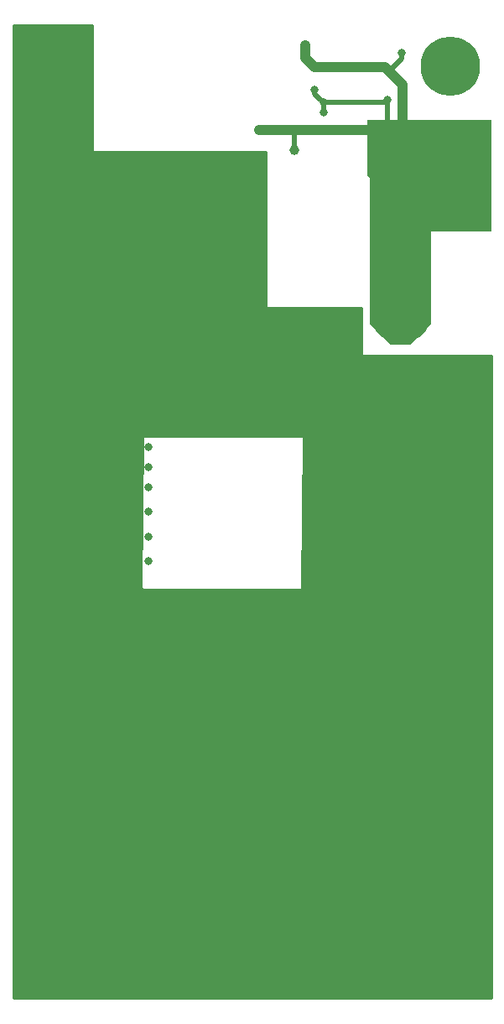
<source format=gbr>
%TF.GenerationSoftware,KiCad,Pcbnew,(5.1.4)-1*%
%TF.CreationDate,2019-12-09T14:58:40+08:00*%
%TF.ProjectId,RF_input,52465f69-6e70-4757-942e-6b696361645f,rev?*%
%TF.SameCoordinates,Original*%
%TF.FileFunction,Copper,L2,Bot*%
%TF.FilePolarity,Positive*%
%FSLAX46Y46*%
G04 Gerber Fmt 4.6, Leading zero omitted, Abs format (unit mm)*
G04 Created by KiCad (PCBNEW (5.1.4)-1) date 2019-12-09 14:58:40*
%MOMM*%
%LPD*%
G04 APERTURE LIST*
%ADD10C,0.100000*%
%ADD11C,0.800000*%
%ADD12C,6.000000*%
%ADD13C,1.000000*%
%ADD14C,0.508000*%
%ADD15C,1.524000*%
%ADD16C,1.016000*%
%ADD17C,0.254000*%
%ADD18C,0.350000*%
G04 APERTURE END LIST*
D10*
G36*
X149098000Y-71628000D02*
G01*
X141986000Y-71628000D01*
X141986000Y-60452000D01*
X149098000Y-60452000D01*
X149098000Y-71628000D01*
G37*
X149098000Y-71628000D02*
X141986000Y-71628000D01*
X141986000Y-60452000D01*
X149098000Y-60452000D01*
X149098000Y-71628000D01*
G36*
X143002000Y-81026000D02*
G01*
X140970000Y-83058000D01*
X138938000Y-83058000D01*
X136906000Y-81026000D01*
X136906000Y-65278000D01*
X143002000Y-65278000D01*
X143002000Y-81026000D01*
G37*
X143002000Y-81026000D02*
X140970000Y-83058000D01*
X138938000Y-83058000D01*
X136906000Y-81026000D01*
X136906000Y-65278000D01*
X143002000Y-65278000D01*
X143002000Y-81026000D01*
G36*
X143002000Y-68072000D02*
G01*
X139446000Y-68072000D01*
X136652000Y-66040000D01*
X136652000Y-60452000D01*
X143002000Y-60452000D01*
X143002000Y-68072000D01*
G37*
X143002000Y-68072000D02*
X139446000Y-68072000D01*
X136652000Y-66040000D01*
X136652000Y-60452000D01*
X143002000Y-60452000D01*
X143002000Y-68072000D01*
D11*
X107920000Y-130366000D03*
X109920000Y-130366000D03*
X111920000Y-128588000D03*
X109920000Y-128588000D03*
X105920000Y-126810000D03*
X107920000Y-128588000D03*
X101920000Y-130366000D03*
X111920000Y-130366000D03*
X101920000Y-126810000D03*
X103920000Y-126810000D03*
X109920000Y-126810000D03*
X101920000Y-128588000D03*
X103920000Y-128588000D03*
X107920000Y-126810000D03*
X105920000Y-130366000D03*
X103920000Y-130366000D03*
X111920000Y-126810000D03*
X105920000Y-128588000D03*
X103920000Y-117412000D03*
X105920000Y-117412000D03*
X109920000Y-117412000D03*
X111920000Y-117412000D03*
X101920000Y-117412000D03*
X107920000Y-117412000D03*
X103920000Y-119190000D03*
X105920000Y-119190000D03*
X109920000Y-119190000D03*
X111920000Y-119190000D03*
X101920000Y-119190000D03*
X107920000Y-119190000D03*
X111920000Y-115634000D03*
X109920000Y-115634000D03*
X107920000Y-115634000D03*
X105920000Y-115634000D03*
X103920000Y-115634000D03*
X101920000Y-115634000D03*
X107056810Y-53812500D03*
X107056810Y-56187500D03*
X105000000Y-57375000D03*
X102943190Y-56187500D03*
X102943190Y-53812500D03*
X105000000Y-52625000D03*
D12*
X105000000Y-55000000D03*
D11*
X107056810Y-143812500D03*
X107056810Y-146187500D03*
X105000000Y-147375000D03*
X102943190Y-146187500D03*
X102943190Y-143812500D03*
X105000000Y-142625000D03*
D12*
X105000000Y-145000000D03*
D11*
X147056810Y-143812500D03*
X147056810Y-146187500D03*
X145000000Y-147375000D03*
X142943190Y-146187500D03*
X142943190Y-143812500D03*
X145000000Y-142625000D03*
D12*
X145000000Y-145000000D03*
D11*
X147056810Y-53812500D03*
X147056810Y-56187500D03*
X145000000Y-57375000D03*
X142943190Y-56187500D03*
X142943190Y-53812500D03*
X145000000Y-52625000D03*
D12*
X145000000Y-55000000D03*
D11*
X142056810Y-118812500D03*
X142056810Y-121187500D03*
X140000000Y-122375000D03*
X137943190Y-121187500D03*
X137943190Y-118812500D03*
X140000000Y-117625000D03*
D12*
X140000000Y-120000000D03*
D11*
X142056810Y-78812500D03*
X142056810Y-81187500D03*
X140000000Y-82375000D03*
X137943190Y-81187500D03*
X137943190Y-78812500D03*
X140000000Y-77625000D03*
D12*
X140000000Y-80000000D03*
D11*
X132207000Y-59690000D03*
X148590000Y-70104000D03*
X148590000Y-68072000D03*
X148590000Y-66040000D03*
X148590000Y-61722000D03*
X148590000Y-64008000D03*
X147066000Y-70104000D03*
X147066000Y-68072000D03*
X147066000Y-66040000D03*
X147066000Y-61722000D03*
X147066000Y-64008000D03*
X145542000Y-61722000D03*
X145542000Y-70104000D03*
X145542000Y-68072000D03*
X145542000Y-66040000D03*
X145542000Y-64008000D03*
X144018000Y-61722000D03*
X144018000Y-70104000D03*
X144018000Y-68072000D03*
X144018000Y-66040000D03*
X144018000Y-64008000D03*
X142494000Y-61722000D03*
X142494000Y-70104000D03*
X142494000Y-66040000D03*
X132207000Y-58674000D03*
X138684000Y-58420000D03*
X139954000Y-67691000D03*
X137907971Y-63525945D03*
X142494000Y-64008000D03*
X142494000Y-68072000D03*
X131318000Y-55117970D03*
X131318000Y-57404000D03*
X130314000Y-54090000D03*
X130374750Y-52905184D03*
D13*
X125730000Y-61468000D03*
X129286000Y-63500000D03*
D11*
X137414000Y-62992000D03*
X140076963Y-53703902D03*
X122000000Y-69000000D03*
X128524000Y-118110000D03*
X129540000Y-118110000D03*
X128524000Y-119634000D03*
X129540000Y-118872000D03*
X129540000Y-119634000D03*
X128524000Y-118872000D03*
X127508000Y-81026000D03*
X126492000Y-81026000D03*
X127508000Y-81788000D03*
X126492000Y-81788000D03*
X127508000Y-80264000D03*
X126492000Y-80264000D03*
X111760000Y-109474000D03*
X132588000Y-118110000D03*
X131572000Y-118110000D03*
X130556000Y-118110000D03*
X130556000Y-80264000D03*
X129540000Y-80264000D03*
X128524000Y-80264000D03*
X130556000Y-81026000D03*
X129540000Y-81026000D03*
X128524000Y-81026000D03*
X129540000Y-81788000D03*
X128524000Y-81788000D03*
X130556000Y-81788000D03*
X132588000Y-119634000D03*
X131572000Y-119634000D03*
X130556000Y-119634000D03*
X131572000Y-118872000D03*
X132588000Y-118872000D03*
X130556000Y-118872000D03*
X121924000Y-88614000D03*
X123704000Y-90614000D03*
X123704000Y-88614000D03*
X121924000Y-90614000D03*
X121924000Y-86614000D03*
X123704000Y-86614000D03*
X141986000Y-123444000D03*
X141986000Y-125222000D03*
X141986000Y-132334000D03*
X141986000Y-134112000D03*
X141986000Y-128778000D03*
X141986000Y-127000000D03*
X141986000Y-135890000D03*
X141986000Y-130556000D03*
X141986000Y-137668000D03*
X139700000Y-123444000D03*
X139700000Y-125222000D03*
X139700000Y-132334000D03*
X139700000Y-134112000D03*
X139700000Y-128778000D03*
X139700000Y-127000000D03*
X139700000Y-135890000D03*
X139700000Y-130556000D03*
X139700000Y-137668000D03*
X114808000Y-86614000D03*
X109728000Y-109474000D03*
X116588000Y-86614000D03*
X118368000Y-86614000D03*
X120148000Y-86614000D03*
X114808000Y-88614000D03*
X116588000Y-88614000D03*
X118368000Y-88614000D03*
X120148000Y-88614000D03*
X114808000Y-90614000D03*
X116588000Y-90614000D03*
X118368000Y-90614000D03*
X120148000Y-90614000D03*
X137160000Y-123444000D03*
X137160000Y-125222000D03*
X137160000Y-127000000D03*
X137160000Y-128778000D03*
X137160000Y-130556000D03*
X137160000Y-132334000D03*
X137160000Y-134112000D03*
X137160000Y-135890000D03*
X137160000Y-137668000D03*
X123952000Y-69000000D03*
X120000000Y-69000000D03*
X117500000Y-69000000D03*
X115000000Y-69000000D03*
X112500000Y-69000000D03*
X110500000Y-69000000D03*
X108500000Y-69000000D03*
X106500000Y-69500000D03*
X106500000Y-72000000D03*
X106500000Y-74000000D03*
X106500000Y-76500000D03*
X106500000Y-79000000D03*
X106500000Y-82000000D03*
X106500000Y-84500000D03*
X106500000Y-88000000D03*
X106500000Y-91500000D03*
X106500000Y-94500000D03*
X106500000Y-97500000D03*
X124000000Y-65000000D03*
X122000000Y-65000000D03*
X120000000Y-65000000D03*
X117500000Y-65000000D03*
X115000000Y-65000000D03*
X112500000Y-65000000D03*
X110500000Y-65000000D03*
X108500000Y-65000000D03*
X106500000Y-65000000D03*
X104000000Y-66000000D03*
X102000000Y-69500000D03*
X102000000Y-72000000D03*
X102000000Y-74000000D03*
X102000000Y-76500000D03*
X102000000Y-79000000D03*
X102000000Y-82000000D03*
X102000000Y-84500000D03*
X102000000Y-88000000D03*
X102000000Y-91500000D03*
X102000000Y-94500000D03*
X102000000Y-97500000D03*
X102000000Y-67500000D03*
X101500000Y-100000000D03*
X101500000Y-103000000D03*
X103500000Y-103000000D03*
X105500000Y-103000000D03*
X107500000Y-103000000D03*
X107500000Y-105500000D03*
X107500000Y-108000000D03*
X107500000Y-109500000D03*
X108500000Y-93500000D03*
X110500000Y-93500000D03*
X112500000Y-93500000D03*
X114500000Y-93500000D03*
X114500000Y-95500000D03*
X114500000Y-97500000D03*
X114500000Y-100000000D03*
X114500000Y-102500000D03*
X114500000Y-105000000D03*
X113284000Y-106934000D03*
D14*
X148463000Y-68199000D02*
X148590000Y-68072000D01*
X148564055Y-64033945D02*
X148590000Y-64008000D01*
X146939000Y-68199000D02*
X147066000Y-68072000D01*
X147040055Y-64033945D02*
X147066000Y-64008000D01*
X145415000Y-68199000D02*
X145542000Y-68072000D01*
X145516055Y-64033945D02*
X145542000Y-64008000D01*
X143891000Y-68199000D02*
X144018000Y-68072000D01*
X143992055Y-64033945D02*
X144018000Y-64008000D01*
X137907971Y-64091630D02*
X137907971Y-63525945D01*
X137907971Y-65644971D02*
X137907971Y-64091630D01*
X139954000Y-67691000D02*
X137907971Y-65644971D01*
X131826000Y-58293000D02*
X132207000Y-58674000D01*
X142468055Y-64033945D02*
X142494000Y-64008000D01*
X137907971Y-63525945D02*
X142468055Y-63525945D01*
X139954000Y-67691000D02*
X142367000Y-67691000D01*
X142367000Y-68199000D02*
X142494000Y-68072000D01*
X142494000Y-75184000D02*
X142494000Y-71685685D01*
X142494000Y-71685685D02*
X142494000Y-71120000D01*
X139954000Y-77724000D02*
X142494000Y-75184000D01*
X131826000Y-58293000D02*
X131318000Y-57785000D01*
X138684000Y-58420000D02*
X138684000Y-61214000D01*
X131318000Y-57785000D02*
X132207000Y-58674000D01*
X138430000Y-58674000D02*
X138684000Y-58420000D01*
X132207000Y-58674000D02*
X138430000Y-58674000D01*
D15*
X141928315Y-61722000D02*
X142494000Y-61722000D01*
X141917314Y-61733001D02*
X141928315Y-61722000D01*
D14*
X132207000Y-59690000D02*
X132207000Y-58674000D01*
X131318000Y-57404000D02*
X131318000Y-57785000D01*
D16*
X130374750Y-54174720D02*
X131318000Y-55117970D01*
X130374750Y-52905184D02*
X130374750Y-54174720D01*
X131318000Y-55117970D02*
X138429970Y-55117970D01*
X140196999Y-56884999D02*
X140196999Y-61733001D01*
D15*
X140196999Y-61733001D02*
X141917314Y-61733001D01*
D14*
X129286000Y-61722000D02*
X129032000Y-61468000D01*
X129286000Y-63500000D02*
X129286000Y-61722000D01*
D16*
X125730000Y-61468000D02*
X129032000Y-61468000D01*
D14*
X138938000Y-55408550D02*
X138938000Y-55626000D01*
X140076963Y-54269587D02*
X138938000Y-55408550D01*
X140076963Y-53703902D02*
X140076963Y-54269587D01*
D16*
X138429970Y-55117970D02*
X138938000Y-55626000D01*
X138938000Y-55626000D02*
X140196999Y-56884999D01*
D14*
X136917001Y-61733001D02*
X136652000Y-61468000D01*
X140196999Y-61733001D02*
X136917001Y-61733001D01*
D16*
X129032000Y-61468000D02*
X136652000Y-61468000D01*
X136652000Y-61468000D02*
X138430000Y-61468000D01*
D17*
G36*
X108839000Y-63500000D02*
G01*
X108841440Y-63524776D01*
X108848667Y-63548601D01*
X108860403Y-63570557D01*
X108876197Y-63589803D01*
X108895443Y-63605597D01*
X108917399Y-63617333D01*
X108941224Y-63624560D01*
X108966000Y-63627000D01*
X126365000Y-63627000D01*
X126365000Y-79248000D01*
X126367440Y-79272776D01*
X126374667Y-79296601D01*
X126386403Y-79318557D01*
X126402197Y-79337803D01*
X126421443Y-79353597D01*
X126443399Y-79365333D01*
X126467224Y-79372560D01*
X126492000Y-79375000D01*
X136017000Y-79375000D01*
X136017000Y-84074000D01*
X136019440Y-84098776D01*
X136026667Y-84122601D01*
X136038403Y-84144557D01*
X136054197Y-84163803D01*
X136073443Y-84179597D01*
X136095399Y-84191333D01*
X136119224Y-84198560D01*
X136144000Y-84201000D01*
X149123000Y-84201000D01*
X149123001Y-149123000D01*
X100877000Y-149123000D01*
X100877000Y-107694942D01*
X113792004Y-107694942D01*
X113794440Y-107720776D01*
X113801667Y-107744601D01*
X113813403Y-107766557D01*
X113829197Y-107785803D01*
X113848443Y-107801597D01*
X113870399Y-107813333D01*
X113894224Y-107820560D01*
X113919000Y-107823000D01*
X129921000Y-107823000D01*
X129944738Y-107820762D01*
X129968621Y-107813734D01*
X129990675Y-107802181D01*
X130010051Y-107786548D01*
X130026005Y-107767435D01*
X130037924Y-107745577D01*
X130045349Y-107721814D01*
X130047996Y-107697058D01*
X130174996Y-92457058D01*
X130172560Y-92431224D01*
X130165333Y-92407399D01*
X130153597Y-92385443D01*
X130137803Y-92366197D01*
X130118557Y-92350403D01*
X130096601Y-92338667D01*
X130072776Y-92331440D01*
X130048000Y-92329000D01*
X114046000Y-92329000D01*
X114022262Y-92331238D01*
X113998379Y-92338266D01*
X113976325Y-92349819D01*
X113956949Y-92365452D01*
X113940995Y-92384565D01*
X113929076Y-92406423D01*
X113921651Y-92430186D01*
X113919004Y-92454942D01*
X113792004Y-107694942D01*
X100877000Y-107694942D01*
X100877000Y-50877000D01*
X108839000Y-50877000D01*
X108839000Y-63500000D01*
X108839000Y-63500000D01*
G37*
X108839000Y-63500000D02*
X108841440Y-63524776D01*
X108848667Y-63548601D01*
X108860403Y-63570557D01*
X108876197Y-63589803D01*
X108895443Y-63605597D01*
X108917399Y-63617333D01*
X108941224Y-63624560D01*
X108966000Y-63627000D01*
X126365000Y-63627000D01*
X126365000Y-79248000D01*
X126367440Y-79272776D01*
X126374667Y-79296601D01*
X126386403Y-79318557D01*
X126402197Y-79337803D01*
X126421443Y-79353597D01*
X126443399Y-79365333D01*
X126467224Y-79372560D01*
X126492000Y-79375000D01*
X136017000Y-79375000D01*
X136017000Y-84074000D01*
X136019440Y-84098776D01*
X136026667Y-84122601D01*
X136038403Y-84144557D01*
X136054197Y-84163803D01*
X136073443Y-84179597D01*
X136095399Y-84191333D01*
X136119224Y-84198560D01*
X136144000Y-84201000D01*
X149123000Y-84201000D01*
X149123001Y-149123000D01*
X100877000Y-149123000D01*
X100877000Y-107694942D01*
X113792004Y-107694942D01*
X113794440Y-107720776D01*
X113801667Y-107744601D01*
X113813403Y-107766557D01*
X113829197Y-107785803D01*
X113848443Y-107801597D01*
X113870399Y-107813333D01*
X113894224Y-107820560D01*
X113919000Y-107823000D01*
X129921000Y-107823000D01*
X129944738Y-107820762D01*
X129968621Y-107813734D01*
X129990675Y-107802181D01*
X130010051Y-107786548D01*
X130026005Y-107767435D01*
X130037924Y-107745577D01*
X130045349Y-107721814D01*
X130047996Y-107697058D01*
X130174996Y-92457058D01*
X130172560Y-92431224D01*
X130165333Y-92407399D01*
X130153597Y-92385443D01*
X130137803Y-92366197D01*
X130118557Y-92350403D01*
X130096601Y-92338667D01*
X130072776Y-92331440D01*
X130048000Y-92329000D01*
X114046000Y-92329000D01*
X114022262Y-92331238D01*
X113998379Y-92338266D01*
X113976325Y-92349819D01*
X113956949Y-92365452D01*
X113940995Y-92384565D01*
X113929076Y-92406423D01*
X113921651Y-92430186D01*
X113919004Y-92454942D01*
X113792004Y-107694942D01*
X100877000Y-107694942D01*
X100877000Y-50877000D01*
X108839000Y-50877000D01*
X108839000Y-63500000D01*
D18*
X132207000Y-59690000D03*
X148590000Y-70104000D03*
X148590000Y-68072000D03*
X148590000Y-66040000D03*
X148590000Y-61722000D03*
X148590000Y-64008000D03*
X147066000Y-70104000D03*
X147066000Y-68072000D03*
X147066000Y-66040000D03*
X147066000Y-61722000D03*
X147066000Y-64008000D03*
X145542000Y-61722000D03*
X145542000Y-70104000D03*
X145542000Y-68072000D03*
X145542000Y-66040000D03*
X145542000Y-64008000D03*
X144018000Y-61722000D03*
X144018000Y-70104000D03*
X144018000Y-68072000D03*
X144018000Y-66040000D03*
X144018000Y-64008000D03*
X142494000Y-61722000D03*
X142494000Y-70104000D03*
X142494000Y-66040000D03*
X132207000Y-58674000D03*
X138684000Y-58420000D03*
X139954000Y-67691000D03*
X137907971Y-63525945D03*
X142494000Y-64008000D03*
X142494000Y-68072000D03*
X131318000Y-55117970D03*
X131318000Y-57404000D03*
X130314000Y-54090000D03*
X130374750Y-52905184D03*
X125730000Y-61468000D03*
X129286000Y-63500000D03*
X137414000Y-62992000D03*
X140076963Y-53703902D03*
X122000000Y-69000000D03*
X128524000Y-118110000D03*
X129540000Y-118110000D03*
X128524000Y-119634000D03*
X129540000Y-118872000D03*
X129540000Y-119634000D03*
X128524000Y-118872000D03*
X127508000Y-81026000D03*
X126492000Y-81026000D03*
X127508000Y-81788000D03*
X126492000Y-81788000D03*
X127508000Y-80264000D03*
X126492000Y-80264000D03*
X111760000Y-109474000D03*
X132588000Y-118110000D03*
X131572000Y-118110000D03*
X130556000Y-118110000D03*
X130556000Y-80264000D03*
X129540000Y-80264000D03*
X128524000Y-80264000D03*
X130556000Y-81026000D03*
X129540000Y-81026000D03*
X128524000Y-81026000D03*
X129540000Y-81788000D03*
X128524000Y-81788000D03*
X130556000Y-81788000D03*
X132588000Y-119634000D03*
X131572000Y-119634000D03*
X130556000Y-119634000D03*
X131572000Y-118872000D03*
X132588000Y-118872000D03*
X130556000Y-118872000D03*
X121924000Y-88614000D03*
X123704000Y-90614000D03*
X123704000Y-88614000D03*
X121924000Y-90614000D03*
X121924000Y-86614000D03*
X123704000Y-86614000D03*
X141986000Y-123444000D03*
X141986000Y-125222000D03*
X141986000Y-132334000D03*
X141986000Y-134112000D03*
X141986000Y-128778000D03*
X141986000Y-127000000D03*
X141986000Y-135890000D03*
X141986000Y-130556000D03*
X141986000Y-137668000D03*
X139700000Y-123444000D03*
X139700000Y-125222000D03*
X139700000Y-132334000D03*
X139700000Y-134112000D03*
X139700000Y-128778000D03*
X139700000Y-127000000D03*
X139700000Y-135890000D03*
X139700000Y-130556000D03*
X139700000Y-137668000D03*
X114808000Y-86614000D03*
X109728000Y-109474000D03*
X116588000Y-86614000D03*
X118368000Y-86614000D03*
X120148000Y-86614000D03*
X114808000Y-88614000D03*
X116588000Y-88614000D03*
X118368000Y-88614000D03*
X120148000Y-88614000D03*
X114808000Y-90614000D03*
X116588000Y-90614000D03*
X118368000Y-90614000D03*
X120148000Y-90614000D03*
X137160000Y-123444000D03*
X137160000Y-125222000D03*
X137160000Y-127000000D03*
X137160000Y-128778000D03*
X137160000Y-130556000D03*
X137160000Y-132334000D03*
X137160000Y-134112000D03*
X137160000Y-135890000D03*
X137160000Y-137668000D03*
X123952000Y-69000000D03*
X120000000Y-69000000D03*
X117500000Y-69000000D03*
X115000000Y-69000000D03*
X112500000Y-69000000D03*
X110500000Y-69000000D03*
X108500000Y-69000000D03*
X106500000Y-69500000D03*
X106500000Y-72000000D03*
X106500000Y-74000000D03*
X106500000Y-76500000D03*
X106500000Y-79000000D03*
X106500000Y-82000000D03*
X106500000Y-84500000D03*
X106500000Y-88000000D03*
X106500000Y-91500000D03*
X106500000Y-94500000D03*
X106500000Y-97500000D03*
X124000000Y-65000000D03*
X122000000Y-65000000D03*
X120000000Y-65000000D03*
X117500000Y-65000000D03*
X115000000Y-65000000D03*
X112500000Y-65000000D03*
X110500000Y-65000000D03*
X108500000Y-65000000D03*
X106500000Y-65000000D03*
X104000000Y-66000000D03*
X102000000Y-69500000D03*
X102000000Y-72000000D03*
X102000000Y-74000000D03*
X102000000Y-76500000D03*
X102000000Y-79000000D03*
X102000000Y-82000000D03*
X102000000Y-84500000D03*
X102000000Y-88000000D03*
X102000000Y-91500000D03*
X102000000Y-94500000D03*
X102000000Y-97500000D03*
X102000000Y-67500000D03*
X101500000Y-100000000D03*
X101500000Y-103000000D03*
X103500000Y-103000000D03*
X105500000Y-103000000D03*
X107500000Y-103000000D03*
X107500000Y-105500000D03*
X107500000Y-108000000D03*
X107500000Y-109500000D03*
X108500000Y-93500000D03*
X110500000Y-93500000D03*
X112500000Y-93500000D03*
X114500000Y-93500000D03*
X114500000Y-95500000D03*
X114500000Y-97500000D03*
X114500000Y-100000000D03*
X114500000Y-102500000D03*
X114500000Y-105000000D03*
X113284000Y-106934000D03*
X107920000Y-130366000D03*
X109920000Y-130366000D03*
X111920000Y-128588000D03*
X109920000Y-128588000D03*
X105920000Y-126810000D03*
X107920000Y-128588000D03*
X101920000Y-130366000D03*
X111920000Y-130366000D03*
X101920000Y-126810000D03*
X103920000Y-126810000D03*
X109920000Y-126810000D03*
X101920000Y-128588000D03*
X103920000Y-128588000D03*
X107920000Y-126810000D03*
X105920000Y-130366000D03*
X103920000Y-130366000D03*
X111920000Y-126810000D03*
X105920000Y-128588000D03*
X103920000Y-117412000D03*
X105920000Y-117412000D03*
X109920000Y-117412000D03*
X111920000Y-117412000D03*
X101920000Y-117412000D03*
X107920000Y-117412000D03*
X103920000Y-119190000D03*
X105920000Y-119190000D03*
X109920000Y-119190000D03*
X111920000Y-119190000D03*
X101920000Y-119190000D03*
X107920000Y-119190000D03*
X111920000Y-115634000D03*
X109920000Y-115634000D03*
X107920000Y-115634000D03*
X105920000Y-115634000D03*
X103920000Y-115634000D03*
X101920000Y-115634000D03*
X107056810Y-53812500D03*
X107056810Y-56187500D03*
X105000000Y-57375000D03*
X102943190Y-56187500D03*
X102943190Y-53812500D03*
X105000000Y-52625000D03*
X105000000Y-55000000D03*
X107056810Y-143812500D03*
X107056810Y-146187500D03*
X105000000Y-147375000D03*
X102943190Y-146187500D03*
X102943190Y-143812500D03*
X105000000Y-142625000D03*
X105000000Y-145000000D03*
X147056810Y-143812500D03*
X147056810Y-146187500D03*
X145000000Y-147375000D03*
X142943190Y-146187500D03*
X142943190Y-143812500D03*
X145000000Y-142625000D03*
X145000000Y-145000000D03*
X147056810Y-53812500D03*
X147056810Y-56187500D03*
X145000000Y-57375000D03*
X142943190Y-56187500D03*
X142943190Y-53812500D03*
X145000000Y-52625000D03*
X145000000Y-55000000D03*
X142056810Y-118812500D03*
X142056810Y-121187500D03*
X140000000Y-122375000D03*
X137943190Y-121187500D03*
X137943190Y-118812500D03*
X140000000Y-117625000D03*
X140000000Y-120000000D03*
X142056810Y-78812500D03*
X142056810Y-81187500D03*
X140000000Y-82375000D03*
X137943190Y-81187500D03*
X137943190Y-78812500D03*
X140000000Y-77625000D03*
X140000000Y-80000000D03*
M02*

</source>
